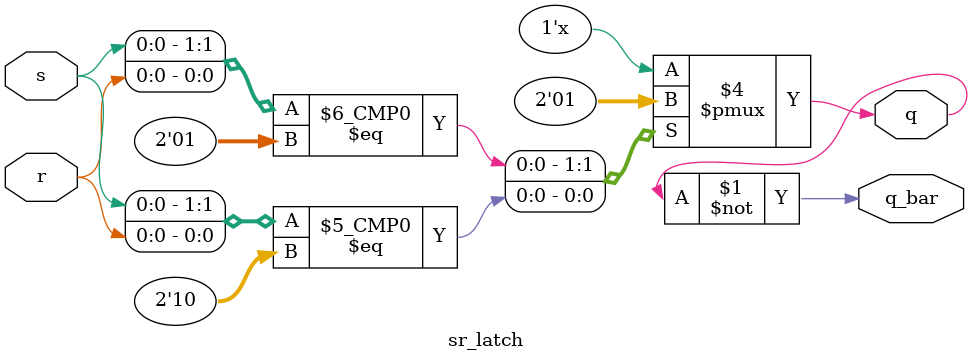
<source format=v>
`timescale 1ns/1ps

module d_ff #(
    parameter WIDTH = 1
)(
    input  wire clk,
    input  wire rst,     // synchronous reset
    input  wire [WIDTH-1:0] d,
    output reg  [WIDTH-1:0] q
);
    always @(posedge clk) begin
        if (rst)
            q <= {WIDTH{1'b0}};
        else
            q <= d;
    end
endmodule


// T Flip-Flop with synchronous reset
module t_ff #(
    parameter WIDTH = 1
)(
    input  wire clk,
    input  wire rst,
    input  wire [WIDTH-1:0] t,
    output reg  [WIDTH-1:0] q
);
    always @(posedge clk) begin
        if (rst)
            q <= {WIDTH{1'b0}};
        else
            q <= q ^ t;  // toggle
    end
endmodule


// JK Flip-Flop with synchronous reset
module jk_ff #(
    parameter WIDTH = 1
)(
    input  wire clk,
    input  wire rst,
    input  wire [WIDTH-1:0] j,
    input  wire [WIDTH-1:0] k,
    output reg  [WIDTH-1:0] q
);
    always @(posedge clk) begin
        if (rst)
            q <= {WIDTH{1'b0}};
        else
            q <= (j & ~q) | (~k & q);  // JK characteristic
    end
endmodule


// SR Latch (Set-Reset Latch)
module sr_latch #(
    parameter WIDTH = 1
)(
    input  wire [WIDTH-1:0] s,
    input  wire [WIDTH-1:0] r,
    output reg  [WIDTH-1:0] q,
    output wire [WIDTH-1:0] q_bar
);
    assign q_bar = ~q;

    always @(*) begin
        case ({s, r})
            {WIDTH{2'b00}}: q = q;        // hold
            {WIDTH{2'b01}}: q = {WIDTH{1'b0}}; // reset
            {WIDTH{2'b10}}: q = {WIDTH{1'b1}}; // set
            {WIDTH{2'b11}}: q = {WIDTH{1'bx}}; // invalid
        endcase
    end
endmodule

</source>
